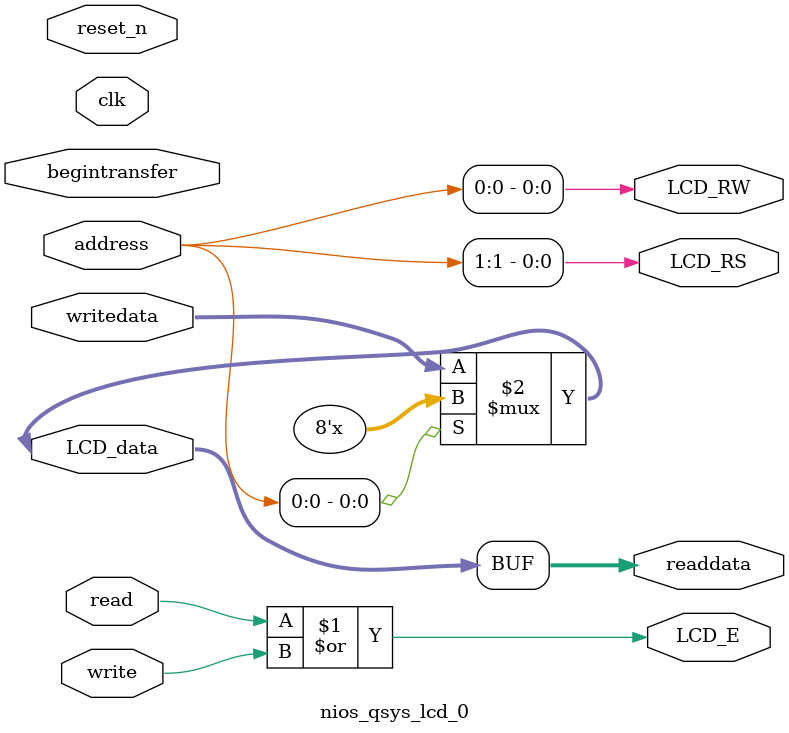
<source format=v>

`timescale 1ns / 1ps
// synthesis translate_on

// turn off superfluous verilog processor warnings 
// altera message_level Level1 
// altera message_off 10034 10035 10036 10037 10230 10240 10030 

module nios_qsys_lcd_0 (
                         // inputs:
                          address,
                          begintransfer,
                          clk,
                          read,
                          reset_n,
                          write,
                          writedata,

                         // outputs:
                          LCD_E,
                          LCD_RS,
                          LCD_RW,
                          LCD_data,
                          readdata
                       )
;

  output           LCD_E;
  output           LCD_RS;
  output           LCD_RW;
  inout   [  7: 0] LCD_data;
  output  [  7: 0] readdata;
  input   [  1: 0] address;
  input            begintransfer;
  input            clk;
  input            read;
  input            reset_n;
  input            write;
  input   [  7: 0] writedata;

  wire             LCD_E;
  wire             LCD_RS;
  wire             LCD_RW;
  wire    [  7: 0] LCD_data;
  wire    [  7: 0] readdata;
  assign LCD_RW = address[0];
  assign LCD_RS = address[1];
  assign LCD_E = read | write;
  assign LCD_data = (address[0]) ? 8'bz : writedata;
  assign readdata = LCD_data;
  //control_slave, which is an e_avalon_slave

endmodule


</source>
